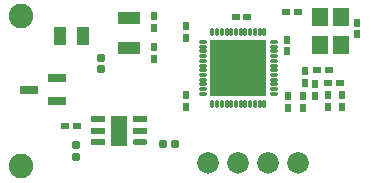
<source format=gts>
G04 Layer_Color=8388736*
%FSLAX44Y44*%
%MOMM*%
G71*
G01*
G75*
%ADD44R,1.8800X1.0800*%
%ADD45R,1.5800X0.6800*%
%ADD46R,1.3800X1.5800*%
%ADD47O,0.7300X0.2800*%
%ADD48O,0.2800X0.7300*%
%ADD49R,4.7800X4.7800*%
%ADD50R,0.6800X0.5800*%
%ADD51R,1.2800X0.4800*%
%ADD52O,1.2800X0.4800*%
%ADD53R,1.4800X2.5800*%
G04:AMPARAMS|DCode=54|XSize=0.58mm|YSize=0.68mm|CornerRadius=0.09mm|HoleSize=0mm|Usage=FLASHONLY|Rotation=0.000|XOffset=0mm|YOffset=0mm|HoleType=Round|Shape=RoundedRectangle|*
%AMROUNDEDRECTD54*
21,1,0.5800,0.5000,0,0,0.0*
21,1,0.4000,0.6800,0,0,0.0*
1,1,0.1800,0.2000,-0.2500*
1,1,0.1800,-0.2000,-0.2500*
1,1,0.1800,-0.2000,0.2500*
1,1,0.1800,0.2000,0.2500*
%
%ADD54ROUNDEDRECTD54*%
%ADD55R,0.9800X1.5300*%
G04:AMPARAMS|DCode=56|XSize=0.68mm|YSize=0.68mm|CornerRadius=0.1mm|HoleSize=0mm|Usage=FLASHONLY|Rotation=0.000|XOffset=0mm|YOffset=0mm|HoleType=Round|Shape=RoundedRectangle|*
%AMROUNDEDRECTD56*
21,1,0.6800,0.4800,0,0,0.0*
21,1,0.4800,0.6800,0,0,0.0*
1,1,0.2000,0.2400,-0.2400*
1,1,0.2000,-0.2400,-0.2400*
1,1,0.2000,-0.2400,0.2400*
1,1,0.2000,0.2400,0.2400*
%
%ADD56ROUNDEDRECTD56*%
G04:AMPARAMS|DCode=57|XSize=0.58mm|YSize=0.68mm|CornerRadius=0.09mm|HoleSize=0mm|Usage=FLASHONLY|Rotation=270.000|XOffset=0mm|YOffset=0mm|HoleType=Round|Shape=RoundedRectangle|*
%AMROUNDEDRECTD57*
21,1,0.5800,0.5000,0,0,270.0*
21,1,0.4000,0.6800,0,0,270.0*
1,1,0.1800,-0.2500,-0.2000*
1,1,0.1800,-0.2500,0.2000*
1,1,0.1800,0.2500,0.2000*
1,1,0.1800,0.2500,-0.2000*
%
%ADD57ROUNDEDRECTD57*%
G04:AMPARAMS|DCode=58|XSize=0.68mm|YSize=0.68mm|CornerRadius=0.1mm|HoleSize=0mm|Usage=FLASHONLY|Rotation=270.000|XOffset=0mm|YOffset=0mm|HoleType=Round|Shape=RoundedRectangle|*
%AMROUNDEDRECTD58*
21,1,0.6800,0.4800,0,0,270.0*
21,1,0.4800,0.6800,0,0,270.0*
1,1,0.2000,-0.2400,-0.2400*
1,1,0.2000,-0.2400,0.2400*
1,1,0.2000,0.2400,0.2400*
1,1,0.2000,0.2400,-0.2400*
%
%ADD58ROUNDEDRECTD58*%
%ADD59R,0.5800X0.6800*%
%ADD60C,2.0800*%
%ADD61C,1.8300*%
%ADD62C,0.7400*%
D44*
X812000Y631500D02*
D03*
Y606500D02*
D03*
D45*
X727500Y571000D02*
D03*
X750500Y580500D02*
D03*
Y561500D02*
D03*
D46*
X973169Y609148D02*
D03*
Y632148D02*
D03*
X991170Y609148D02*
D03*
Y632148D02*
D03*
D47*
X874166Y591364D02*
D03*
Y587364D02*
D03*
Y575364D02*
D03*
Y579364D02*
D03*
Y583364D02*
D03*
Y595364D02*
D03*
X934666Y611364D02*
D03*
Y603364D02*
D03*
Y607364D02*
D03*
Y595364D02*
D03*
Y599364D02*
D03*
Y587364D02*
D03*
Y591364D02*
D03*
Y583364D02*
D03*
Y579364D02*
D03*
Y575364D02*
D03*
Y567364D02*
D03*
Y571364D02*
D03*
X874166Y611364D02*
D03*
Y603364D02*
D03*
Y607364D02*
D03*
Y599364D02*
D03*
Y571364D02*
D03*
Y567364D02*
D03*
D48*
X926416Y619614D02*
D03*
X918416D02*
D03*
X914416D02*
D03*
X922416D02*
D03*
X902416D02*
D03*
X898416D02*
D03*
X910416D02*
D03*
X906416D02*
D03*
X926416Y559114D02*
D03*
X918416D02*
D03*
X914416D02*
D03*
X910416D02*
D03*
X922416D02*
D03*
X902416D02*
D03*
X906416D02*
D03*
X890416Y619614D02*
D03*
X886416D02*
D03*
X894416D02*
D03*
X882416D02*
D03*
X894416Y559114D02*
D03*
X890416D02*
D03*
X898416D02*
D03*
X882416D02*
D03*
X886416D02*
D03*
D49*
X904416Y589364D02*
D03*
D50*
X980480Y576752D02*
D03*
X990480D02*
D03*
D51*
X785500Y546250D02*
D03*
Y536250D02*
D03*
Y526250D02*
D03*
X821000Y546250D02*
D03*
X820750Y536250D02*
D03*
D52*
Y526250D02*
D03*
D53*
X803000Y536000D02*
D03*
D54*
X958756Y565446D02*
D03*
Y555446D02*
D03*
X833000Y623000D02*
D03*
Y633000D02*
D03*
Y607000D02*
D03*
Y597000D02*
D03*
X860258Y566004D02*
D03*
Y556004D02*
D03*
X946872Y565496D02*
D03*
Y555496D02*
D03*
X945602Y613248D02*
D03*
Y603248D02*
D03*
X860512Y614678D02*
D03*
Y624678D02*
D03*
X1005292Y617726D02*
D03*
Y627726D02*
D03*
X980400Y566258D02*
D03*
Y556258D02*
D03*
X992084Y566258D02*
D03*
Y556258D02*
D03*
D55*
X753000Y616000D02*
D03*
X773000D02*
D03*
D56*
X788000Y598000D02*
D03*
Y588000D02*
D03*
X767000Y524000D02*
D03*
Y514000D02*
D03*
D57*
X768000Y540000D02*
D03*
X758000D02*
D03*
X970828Y587420D02*
D03*
X980828D02*
D03*
X902006Y632494D02*
D03*
X912006D02*
D03*
X954920Y636696D02*
D03*
X944920D02*
D03*
D58*
X841000Y525000D02*
D03*
X851000D02*
D03*
D59*
X969506Y575946D02*
D03*
Y565946D02*
D03*
X960506Y586946D02*
D03*
Y576946D02*
D03*
D60*
X720500Y506000D02*
D03*
Y633000D02*
D03*
D61*
X955000Y509000D02*
D03*
X929600D02*
D03*
X878800D02*
D03*
X904200D02*
D03*
D62*
X922416Y595364D02*
D03*
Y607364D02*
D03*
X910416D02*
D03*
Y595364D02*
D03*
X922416Y583364D02*
D03*
Y571364D02*
D03*
X910416Y583364D02*
D03*
Y571364D02*
D03*
X898416Y607364D02*
D03*
X886416D02*
D03*
X898416Y595364D02*
D03*
X886416D02*
D03*
X898416Y571364D02*
D03*
Y583364D02*
D03*
X886416Y571364D02*
D03*
Y583364D02*
D03*
M02*

</source>
